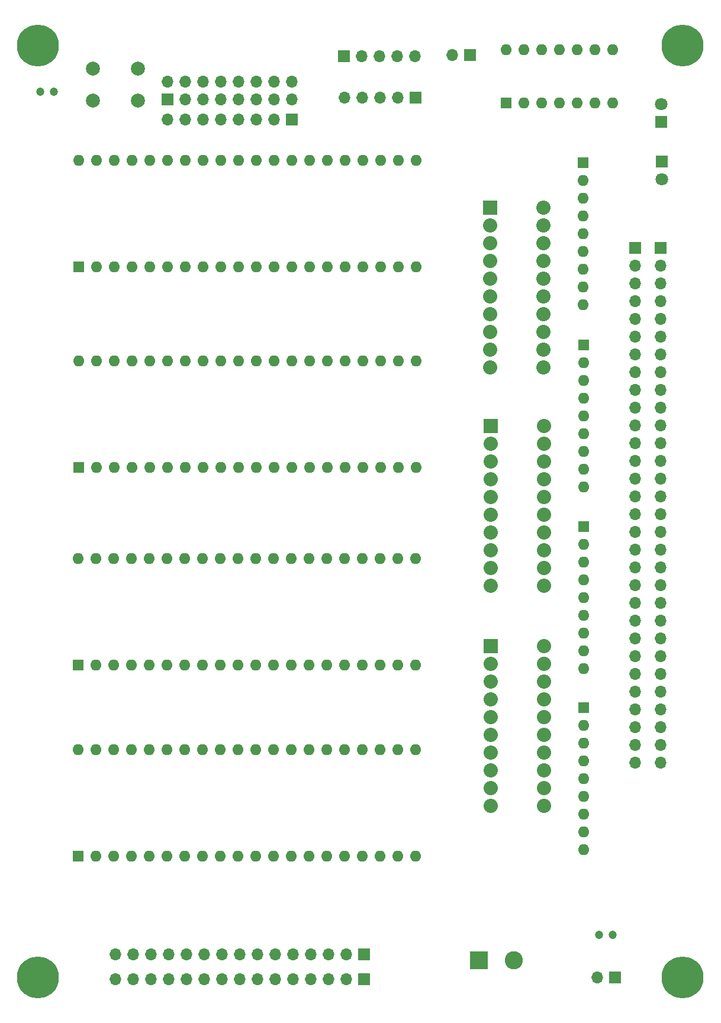
<source format=gbr>
%TF.GenerationSoftware,KiCad,Pcbnew,(5.1.9-0-10_14)*%
%TF.CreationDate,2021-06-04T12:06:49-04:00*%
%TF.ProjectId,CONTROL_LOGIC,434f4e54-524f-44c5-9f4c-4f4749432e6b,rev?*%
%TF.SameCoordinates,Original*%
%TF.FileFunction,Soldermask,Bot*%
%TF.FilePolarity,Negative*%
%FSLAX46Y46*%
G04 Gerber Fmt 4.6, Leading zero omitted, Abs format (unit mm)*
G04 Created by KiCad (PCBNEW (5.1.9-0-10_14)) date 2021-06-04 12:06:49*
%MOMM*%
%LPD*%
G01*
G04 APERTURE LIST*
%ADD10O,1.700000X1.700000*%
%ADD11R,1.700000X1.700000*%
%ADD12O,1.600000X1.600000*%
%ADD13R,1.600000X1.600000*%
%ADD14C,1.200000*%
%ADD15C,2.600000*%
%ADD16R,2.600000X2.600000*%
%ADD17C,0.800000*%
%ADD18C,6.000000*%
%ADD19R,1.800000X1.800000*%
%ADD20C,1.800000*%
%ADD21C,2.032000*%
%ADD22R,2.032000X2.032000*%
%ADD23C,2.000000*%
G04 APERTURE END LIST*
D10*
%TO.C,J8*%
X245556400Y-124914600D03*
X245556400Y-122374600D03*
X245556400Y-119834600D03*
X245556400Y-117294600D03*
X245556400Y-114754600D03*
X245556400Y-112214600D03*
X245556400Y-109674600D03*
X245556400Y-107134600D03*
X245556400Y-104594600D03*
X245556400Y-102054600D03*
X245556400Y-99514600D03*
X245556400Y-96974600D03*
X245556400Y-94434600D03*
X245556400Y-91894600D03*
X245556400Y-89354600D03*
X245556400Y-86814600D03*
X245556400Y-84274600D03*
X245556400Y-81734600D03*
X245556400Y-79194600D03*
X245556400Y-76654600D03*
X245556400Y-74114600D03*
X245556400Y-71574600D03*
X245556400Y-69034600D03*
X245556400Y-66494600D03*
X245556400Y-63954600D03*
X245556400Y-61414600D03*
X245556400Y-58874600D03*
X245556400Y-56334600D03*
X245556400Y-53794600D03*
D11*
X245556400Y-51254600D03*
%TD*%
D10*
%TO.C,J7*%
X178726400Y-32904600D03*
X181266400Y-32904600D03*
X183806400Y-32904600D03*
X186346400Y-32904600D03*
X188886400Y-32904600D03*
X191426400Y-32904600D03*
X193966400Y-32904600D03*
D11*
X196506400Y-32904600D03*
%TD*%
D12*
%TO.C,EEPROM4*%
X178702800Y-38750400D03*
X204102800Y-53990400D03*
X199022800Y-38750400D03*
X186322800Y-53990400D03*
X173622800Y-53990400D03*
X181242800Y-53990400D03*
X191402800Y-53990400D03*
X206642800Y-38750400D03*
X176162800Y-53990400D03*
X193942800Y-38750400D03*
X201562800Y-53990400D03*
X181242800Y-38750400D03*
X196482800Y-38750400D03*
X183782800Y-53990400D03*
X204102800Y-38750400D03*
X183782800Y-38750400D03*
X168542800Y-53990400D03*
X193942800Y-53990400D03*
X196482800Y-53990400D03*
X201562800Y-38750400D03*
X176162800Y-38750400D03*
X206642800Y-53990400D03*
X166002800Y-38750400D03*
X173622800Y-38750400D03*
X209182800Y-53990400D03*
X171082800Y-38750400D03*
X211722800Y-53990400D03*
X168542800Y-38750400D03*
X214262800Y-53990400D03*
X214262800Y-38750400D03*
X188862800Y-53990400D03*
X171082800Y-53990400D03*
X191402800Y-38750400D03*
X211722800Y-38750400D03*
X188862800Y-38750400D03*
X178702800Y-53990400D03*
D13*
X166002800Y-53990400D03*
D12*
X199022800Y-53990400D03*
X186322800Y-38750400D03*
X209182800Y-38750400D03*
%TD*%
%TO.C,EEPROM3*%
X178702800Y-67450400D03*
X204102800Y-82690400D03*
X199022800Y-67450400D03*
X186322800Y-82690400D03*
X173622800Y-82690400D03*
X181242800Y-82690400D03*
X191402800Y-82690400D03*
X206642800Y-67450400D03*
X176162800Y-82690400D03*
X193942800Y-67450400D03*
X201562800Y-82690400D03*
X181242800Y-67450400D03*
X196482800Y-67450400D03*
X183782800Y-82690400D03*
X204102800Y-67450400D03*
X183782800Y-67450400D03*
X168542800Y-82690400D03*
X193942800Y-82690400D03*
X196482800Y-82690400D03*
X201562800Y-67450400D03*
X176162800Y-67450400D03*
X206642800Y-82690400D03*
X166002800Y-67450400D03*
X173622800Y-67450400D03*
X209182800Y-82690400D03*
X171082800Y-67450400D03*
X211722800Y-82690400D03*
X168542800Y-67450400D03*
X214262800Y-82690400D03*
X214262800Y-67450400D03*
X188862800Y-82690400D03*
X171082800Y-82690400D03*
X191402800Y-67450400D03*
X211722800Y-67450400D03*
X188862800Y-67450400D03*
X178702800Y-82690400D03*
D13*
X166002800Y-82690400D03*
D12*
X199022800Y-82690400D03*
X186322800Y-67450400D03*
X209182800Y-67450400D03*
%TD*%
%TO.C,EEPROM2*%
X178652800Y-95750400D03*
X204052800Y-110990400D03*
X198972800Y-95750400D03*
X186272800Y-110990400D03*
X173572800Y-110990400D03*
X181192800Y-110990400D03*
X191352800Y-110990400D03*
X206592800Y-95750400D03*
X176112800Y-110990400D03*
X193892800Y-95750400D03*
X201512800Y-110990400D03*
X181192800Y-95750400D03*
X196432800Y-95750400D03*
X183732800Y-110990400D03*
X204052800Y-95750400D03*
X183732800Y-95750400D03*
X168492800Y-110990400D03*
X193892800Y-110990400D03*
X196432800Y-110990400D03*
X201512800Y-95750400D03*
X176112800Y-95750400D03*
X206592800Y-110990400D03*
X165952800Y-95750400D03*
X173572800Y-95750400D03*
X209132800Y-110990400D03*
X171032800Y-95750400D03*
X211672800Y-110990400D03*
X168492800Y-95750400D03*
X214212800Y-110990400D03*
X214212800Y-95750400D03*
X188812800Y-110990400D03*
X171032800Y-110990400D03*
X191352800Y-95750400D03*
X211672800Y-95750400D03*
X188812800Y-95750400D03*
X178652800Y-110990400D03*
D13*
X165952800Y-110990400D03*
D12*
X198972800Y-110990400D03*
X186272800Y-95750400D03*
X209132800Y-95750400D03*
%TD*%
%TO.C,EEPROM1*%
X178652800Y-123100400D03*
X204052800Y-138340400D03*
X198972800Y-123100400D03*
X186272800Y-138340400D03*
X173572800Y-138340400D03*
X181192800Y-138340400D03*
X191352800Y-138340400D03*
X206592800Y-123100400D03*
X176112800Y-138340400D03*
X193892800Y-123100400D03*
X201512800Y-138340400D03*
X181192800Y-123100400D03*
X196432800Y-123100400D03*
X183732800Y-138340400D03*
X204052800Y-123100400D03*
X183732800Y-123100400D03*
X168492800Y-138340400D03*
X193892800Y-138340400D03*
X196432800Y-138340400D03*
X201512800Y-123100400D03*
X176112800Y-123100400D03*
X206592800Y-138340400D03*
X165952800Y-123100400D03*
X173572800Y-123100400D03*
X209132800Y-138340400D03*
X171032800Y-123100400D03*
X211672800Y-138340400D03*
X168492800Y-123100400D03*
X214212800Y-138340400D03*
X214212800Y-123100400D03*
X188812800Y-138340400D03*
X171032800Y-138340400D03*
X191352800Y-123100400D03*
X211672800Y-123100400D03*
X188812800Y-123100400D03*
X178652800Y-138340400D03*
D13*
X165952800Y-138340400D03*
D12*
X198972800Y-138340400D03*
X186272800Y-123100400D03*
X209132800Y-123100400D03*
%TD*%
D14*
%TO.C,C5*%
X240402400Y-149572600D03*
X242402400Y-149572600D03*
%TD*%
D10*
%TO.C,J3*%
X249206400Y-124914600D03*
X249206400Y-122374600D03*
X249206400Y-119834600D03*
X249206400Y-117294600D03*
X249206400Y-114754600D03*
X249206400Y-112214600D03*
X249206400Y-109674600D03*
X249206400Y-107134600D03*
X249206400Y-104594600D03*
X249206400Y-102054600D03*
X249206400Y-99514600D03*
X249206400Y-96974600D03*
X249206400Y-94434600D03*
X249206400Y-91894600D03*
X249206400Y-89354600D03*
X249206400Y-86814600D03*
X249206400Y-84274600D03*
X249206400Y-81734600D03*
X249206400Y-79194600D03*
X249206400Y-76654600D03*
X249206400Y-74114600D03*
X249206400Y-71574600D03*
X249206400Y-69034600D03*
X249206400Y-66494600D03*
X249206400Y-63954600D03*
X249206400Y-61414600D03*
X249206400Y-58874600D03*
X249206400Y-56334600D03*
X249206400Y-53794600D03*
D11*
X249206400Y-51254600D03*
%TD*%
D12*
%TO.C,RN4*%
X238156400Y-59424600D03*
X238156400Y-56884600D03*
X238156400Y-54344600D03*
X238156400Y-51804600D03*
X238156400Y-49264600D03*
X238156400Y-46724600D03*
X238156400Y-44184600D03*
X238156400Y-41644600D03*
D13*
X238156400Y-39104600D03*
%TD*%
D12*
%TO.C,RN3*%
X238206400Y-85474600D03*
X238206400Y-82934600D03*
X238206400Y-80394600D03*
X238206400Y-77854600D03*
X238206400Y-75314600D03*
X238206400Y-72774600D03*
X238206400Y-70234600D03*
X238206400Y-67694600D03*
D13*
X238206400Y-65154600D03*
%TD*%
D12*
%TO.C,RN2*%
X238206400Y-111474600D03*
X238206400Y-108934600D03*
X238206400Y-106394600D03*
X238206400Y-103854600D03*
X238206400Y-101314600D03*
X238206400Y-98774600D03*
X238206400Y-96234600D03*
X238206400Y-93694600D03*
D13*
X238206400Y-91154600D03*
%TD*%
D12*
%TO.C,RN1*%
X238256400Y-137374600D03*
X238256400Y-134834600D03*
X238256400Y-132294600D03*
X238256400Y-129754600D03*
X238256400Y-127214600D03*
X238256400Y-124674600D03*
X238256400Y-122134600D03*
X238256400Y-119594600D03*
D13*
X238256400Y-117054600D03*
%TD*%
D15*
%TO.C,J5*%
X228251400Y-153219600D03*
D16*
X223251400Y-153219600D03*
%TD*%
D17*
%TO.C,REF\u002A\u002A*%
X253997390Y-154113610D03*
X252406400Y-153454600D03*
X250815410Y-154113610D03*
X250156400Y-155704600D03*
X250815410Y-157295590D03*
X252406400Y-157954600D03*
X253997390Y-157295590D03*
X254656400Y-155704600D03*
D18*
X252406400Y-155704600D03*
%TD*%
D17*
%TO.C,REF\u002A\u002A*%
X161797390Y-154113610D03*
X160206400Y-153454600D03*
X158615410Y-154113610D03*
X157956400Y-155704600D03*
X158615410Y-157295590D03*
X160206400Y-157954600D03*
X161797390Y-157295590D03*
X162456400Y-155704600D03*
D18*
X160206400Y-155704600D03*
%TD*%
D17*
%TO.C,REF\u002A\u002A*%
X253947390Y-20713610D03*
X252356400Y-20054600D03*
X250765410Y-20713610D03*
X250106400Y-22304600D03*
X250765410Y-23895590D03*
X252356400Y-24554600D03*
X253947390Y-23895590D03*
X254606400Y-22304600D03*
D18*
X252356400Y-22304600D03*
%TD*%
D17*
%TO.C,REF\u002A\u002A*%
X161797390Y-20763610D03*
X160206400Y-20104600D03*
X158615410Y-20763610D03*
X157956400Y-22354600D03*
X158615410Y-23945590D03*
X160206400Y-24604600D03*
X161797390Y-23945590D03*
X162456400Y-22354600D03*
D18*
X160206400Y-22354600D03*
%TD*%
D11*
%TO.C,J11*%
X214214400Y-29780600D03*
D10*
X211674400Y-29780600D03*
X209134400Y-29780600D03*
X206594400Y-29780600D03*
X204054400Y-29780600D03*
%TD*%
D11*
%TO.C,J10*%
X203938400Y-23822600D03*
D10*
X206478400Y-23822600D03*
X209018400Y-23822600D03*
X211558400Y-23822600D03*
X214098400Y-23822600D03*
%TD*%
D13*
%TO.C,U1*%
X227156400Y-30554600D03*
D12*
X242396400Y-22934600D03*
X229696400Y-30554600D03*
X239856400Y-22934600D03*
X232236400Y-30554600D03*
X237316400Y-22934600D03*
X234776400Y-30554600D03*
X234776400Y-22934600D03*
X237316400Y-30554600D03*
X232236400Y-22934600D03*
X239856400Y-30554600D03*
X229696400Y-22934600D03*
X242396400Y-30554600D03*
X227156400Y-22934600D03*
%TD*%
D11*
%TO.C,J9*%
X221996400Y-23708600D03*
D10*
X219456400Y-23708600D03*
%TD*%
D11*
%TO.C,J4*%
X178746400Y-30014600D03*
D10*
X178746400Y-27474600D03*
X181286400Y-30014600D03*
X181286400Y-27474600D03*
X183826400Y-30014600D03*
X183826400Y-27474600D03*
X186366400Y-30014600D03*
X186366400Y-27474600D03*
X188906400Y-30014600D03*
X188906400Y-27474600D03*
X191446400Y-30014600D03*
X191446400Y-27474600D03*
X193986400Y-30014600D03*
X193986400Y-27474600D03*
X196526400Y-30014600D03*
X196526400Y-27474600D03*
%TD*%
%TO.C,J6*%
X171222400Y-152335600D03*
X173762400Y-152335600D03*
X176302400Y-152335600D03*
X178842400Y-152335600D03*
X181382400Y-152335600D03*
X183922400Y-152335600D03*
X186462400Y-152335600D03*
X189002400Y-152335600D03*
X191542400Y-152335600D03*
X194082400Y-152335600D03*
X196622400Y-152335600D03*
X199162400Y-152335600D03*
X201702400Y-152335600D03*
X204242400Y-152335600D03*
D11*
X206782400Y-152335600D03*
%TD*%
D19*
%TO.C,D2*%
X249306400Y-33276600D03*
D20*
X249306400Y-30736600D03*
%TD*%
D19*
%TO.C,D1*%
X249416400Y-38876600D03*
D20*
X249416400Y-41416600D03*
%TD*%
D21*
%TO.C,BAR3*%
X232476400Y-45554600D03*
X232476400Y-48094600D03*
X232476400Y-50634600D03*
X232476400Y-53174600D03*
X224856400Y-65874600D03*
X224856400Y-68414600D03*
X232476400Y-68414600D03*
X232476400Y-65874600D03*
X224856400Y-63334600D03*
X224856400Y-60794600D03*
X224856400Y-58254600D03*
X224856400Y-55714600D03*
X232476400Y-55714600D03*
X232476400Y-58254600D03*
X232476400Y-60794600D03*
X232476400Y-63334600D03*
X224856400Y-53174600D03*
X224856400Y-50634600D03*
X224856400Y-48094600D03*
D22*
X224856400Y-45554600D03*
%TD*%
%TO.C,BAR2*%
X224908400Y-76784600D03*
D21*
X224908400Y-79324600D03*
X224908400Y-81864600D03*
X224908400Y-84404600D03*
X232528400Y-94564600D03*
X232528400Y-92024600D03*
X232528400Y-89484600D03*
X232528400Y-86944600D03*
X224908400Y-86944600D03*
X224908400Y-89484600D03*
X224908400Y-92024600D03*
X224908400Y-94564600D03*
X232528400Y-97104600D03*
X232528400Y-99644600D03*
X224908400Y-99644600D03*
X224908400Y-97104600D03*
X232528400Y-84404600D03*
X232528400Y-81864600D03*
X232528400Y-79324600D03*
X232528400Y-76784600D03*
%TD*%
%TO.C,BAR1*%
X232592400Y-108298600D03*
X232592400Y-110838600D03*
X232592400Y-113378600D03*
X232592400Y-115918600D03*
X224972400Y-128618600D03*
X224972400Y-131158600D03*
X232592400Y-131158600D03*
X232592400Y-128618600D03*
X224972400Y-126078600D03*
X224972400Y-123538600D03*
X224972400Y-120998600D03*
X224972400Y-118458600D03*
X232592400Y-118458600D03*
X232592400Y-120998600D03*
X232592400Y-123538600D03*
X232592400Y-126078600D03*
X224972400Y-115918600D03*
X224972400Y-113378600D03*
X224972400Y-110838600D03*
D22*
X224972400Y-108298600D03*
%TD*%
D23*
%TO.C,SW1*%
X168006400Y-30154600D03*
X168006400Y-25654600D03*
X174506400Y-30154600D03*
X174506400Y-25654600D03*
%TD*%
D10*
%TO.C,J2*%
X171222400Y-155935600D03*
X173762400Y-155935600D03*
X176302400Y-155935600D03*
X178842400Y-155935600D03*
X181382400Y-155935600D03*
X183922400Y-155935600D03*
X186462400Y-155935600D03*
X189002400Y-155935600D03*
X191542400Y-155935600D03*
X194082400Y-155935600D03*
X196622400Y-155935600D03*
X199162400Y-155935600D03*
X201702400Y-155935600D03*
X204242400Y-155935600D03*
D11*
X206782400Y-155935600D03*
%TD*%
%TO.C,J1*%
X242691400Y-155709600D03*
D10*
X240151400Y-155709600D03*
%TD*%
D14*
%TO.C,C2*%
X162497400Y-28942600D03*
X160497400Y-28942600D03*
%TD*%
M02*

</source>
